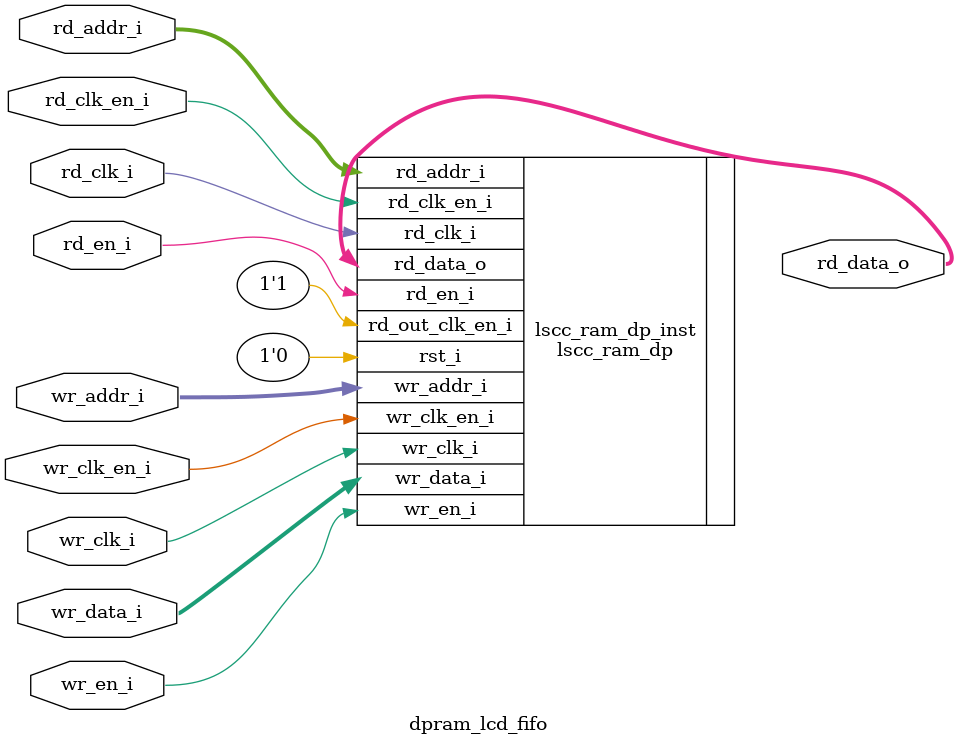
<source format=v>
/*******************************************************************************
    Verilog netlist generated by IPGEN Radiant
    Soft IP Version: 1.0.0
    Mon Nov 05 11:43:41 2018
*******************************************************************************/
/*******************************************************************************
    Include IP core template files.
*******************************************************************************/
`include "core/lscc_ram_dp.v"
/*******************************************************************************
    Wrapper Module generated per user settings.
*******************************************************************************/
module dpram_lcd_fifo (wr_clk_i, rd_clk_i, wr_clk_en_i, rd_en_i, rd_clk_en_i,
    wr_en_i, wr_data_i, wr_addr_i, rd_addr_i, rd_data_o);
    input  wr_clk_i;
    input  rd_clk_i;
    input  wr_clk_en_i;
    input  rd_en_i;
    input  rd_clk_en_i;
    input  wr_en_i;
    input  [15:0]  wr_data_i;
    input  [7:0]  wr_addr_i;
    input  [7:0]  rd_addr_i;
    output  [15:0]  rd_data_o;
    lscc_ram_dp #(.WADDR_DEPTH(256),
        .WDATA_WIDTH(16),
        .RADDR_DEPTH(256),
        .RDATA_WIDTH(16),
        .WADDR_WIDTH(8),
        .REGMODE("noreg"),
        .RADDR_WIDTH(8),
        .RESETMODE("sync"),
        .INIT_MODE("mem_file"),
        .INIT_FILE("misc/tft_lcd_dpram_lcd_fifo_copy.mem"),
        .INIT_FILE_FORMAT("hex"))
    lscc_ram_dp_inst(.wr_clk_i(wr_clk_i),
        .rd_clk_i(rd_clk_i),
        .rst_i(1'b0),
        .wr_clk_en_i(wr_clk_en_i),
        .rd_en_i(rd_en_i),
        .rd_clk_en_i(rd_clk_en_i),
        .rd_out_clk_en_i(1'b1),
        .wr_en_i(wr_en_i),
        .wr_data_i(wr_data_i),
        .wr_addr_i(wr_addr_i),
        .rd_addr_i(rd_addr_i),
        .rd_data_o(rd_data_o));
endmodule
</source>
